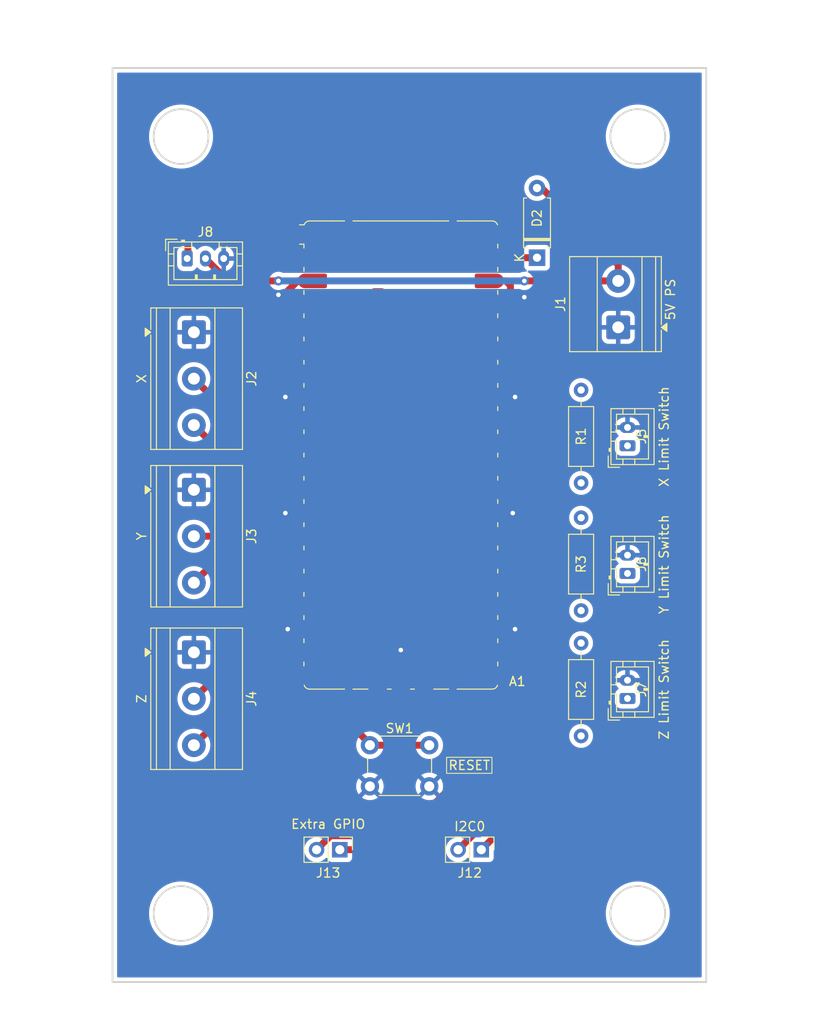
<source format=kicad_pcb>
(kicad_pcb (version 20241229) (generator "pcbnew") (generator_version "9.0")
  (layers (0 "F.Cu" signal) (2 "B.Cu" signal) (13 "F.Paste" user) (15 "B.Paste" user) (5 "F.SilkS" user "F.Silkscreen") (7 "B.SilkS" user "B.Silkscreen") (1 "F.Mask" user) (3 "B.Mask" user) (25 "Edge.Cuts" user))
  (net 0 "")
  (net 1 "Net-(A1-GPIO19)")
  (net 3 "GND")
  (net 9 "/GPIO2")
  (net 11 "/GPIO16{slash}SDA0")
  (net 13 "/GPIO10")
  (net 22 "/GPIO7")
  (net 23 "/GPIO8")
  (net 25 "Net-(A1-GPIO18)")
  (net 26 "/GPIO13")
  (net 27 "Net-(A1-RUN)")
  (net 32 "/GPIO14")
  (net 33 "/GPIO11")
  (net 34 "VCC")
  (net 36 "/GPIO17{slash}SCL0")
  (net 37 "/GPIO22")
  (net 38 "Net-(A1-GPIO20)")
  (net 39 "/GPIO21")
  (net 42 "+5V")
  (footprint "Connector_PinHeader_2.54mm:PinHeader_1x02_P2.54mm_Vertical" (layer "F.Cu") (at 153.416 125.222 -90)
    (property "Reference" "J12" (at 2.54 1.27 0) (layer "F.SilkS"))
    (property "Value" "I2C0" (at -2.54 1.27 0) (layer "F.SilkS"))
    (pad "1" thru_hole rect (at 0 0 270) (size 1.7 1.7) (drill 1) (layers "*.Cu" "*.Mask") (net 36 "/GPIO17{slash}SCL0"))
    (pad "2" thru_hole circle (at 0 2.54 270) (size 1.7 1.7) (drill 1) (layers "*.Cu" "*.Mask") (net 11 "/GPIO16{slash}SDA0"))
  )
  (footprint "Connector_JST:JST_PH_B2B-PH-K_1x02_P2.00mm_Vertical" (layer "F.Cu") (at 169.418 81.026 90)
    (property "Reference" "J5" (at 1.016 1.524 90) (layer "F.SilkS"))
    (property "Value" "X Limit Switch" (at 1 4 90) (layer "F.SilkS"))
    (pad "1" thru_hole roundrect (at 0 0 90) (size 1.2 1.75) (drill 0.75) (layers "*.Cu" "*.Mask") (roundrect_rratio 0.208333) (net 38 "Net-(A1-GPIO20)"))
    (pad "2" thru_hole oval (at 2 0 90) (size 1.2 1.75) (drill 0.75) (layers "*.Cu" "*.Mask") (net 3 "GND"))
  )
  (footprint "Connector_PinHeader_2.54mm:PinHeader_1x02_P2.54mm_Vertical" (layer "F.Cu") (at 137.922 125.222 -90)
    (property "Reference" "J13" (at 2.54 1.27 0) (layer "F.SilkS"))
    (property "Value" "Extra GPIO" (at -2.794 1.27 0) (layer "F.SilkS"))
    (pad "1" thru_hole rect (at 0 0 270) (size 1.7 1.7) (drill 1) (layers "*.Cu" "*.Mask") (net 39 "/GPIO21"))
    (pad "2" thru_hole circle (at 0 2.54 270) (size 1.7 1.7) (drill 1) (layers "*.Cu" "*.Mask") (net 37 "/GPIO22"))
  )
  (footprint "Resistor_THT:R_Axial_DIN0207_L6.3mm_D2.5mm_P10.16mm_Horizontal" (layer "F.Cu") (at 164.338 74.93 -90)
    (property "Reference" "R1" (at 5.08 0 90) (layer "F.SilkS"))
    (property "Value" "10k")
    (pad "1" thru_hole circle (at 0 0 270) (size 1.6 1.6) (drill 0.8) (layers "*.Cu" "*.Mask") (net 42 "+5V"))
    (pad "2" thru_hole oval (at 10.16 0 270) (size 1.6 1.6) (drill 0.8) (layers "*.Cu" "*.Mask") (net 38 "Net-(A1-GPIO20)"))
  )
  (footprint "Button_Switch_THT:SW_PUSH_6mm" (layer "F.Cu") (at 147.717568 118.292 180)
    (property "Reference" "SW1" (at 3.25 6.338961 0) (layer "F.SilkS"))
    (property "Value" "RESET" (at -4.377997 2.302018 0) (layer "F.SilkS"))
    (pad "1" thru_hole circle (at 0 0 270) (size 2 2) (drill 1.1) (layers "*.Cu" "*.Mask") (net 3 "GND"))
    (pad "1" thru_hole circle (at 6.5 0 270) (size 2 2) (drill 1.1) (layers "*.Cu" "*.Mask") (net 3 "GND"))
    (pad "2" thru_hole circle (at 0 4.5 270) (size 2 2) (drill 1.1) (layers "*.Cu" "*.Mask") (net 27 "Net-(A1-RUN)"))
    (pad "2" thru_hole circle (at 6.5 4.5 270) (size 2 2) (drill 1.1) (layers "*.Cu" "*.Mask") (net 27 "Net-(A1-RUN)"))
  )
  (footprint "TerminalBlock_Phoenix:TerminalBlock_Phoenix_MKDS-1,5-2-5.08_1x02_P5.08mm_Horizontal" (layer "F.Cu") (at 168.402 68.072 90)
    (property "Reference" "J1" (at 2.54 -6.32 90) (layer "F.SilkS"))
    (property "Value" "5V PS" (at 3.048 5.72 90) (layer "F.SilkS"))
    (pad "1" thru_hole roundrect (at 0 0 90) (size 2.6 2.6) (drill 1.3) (layers "*.Cu" "*.Mask") (roundrect_rratio 0.096154) (net 3 "GND"))
    (pad "2" thru_hole circle (at 5.08 0 90) (size 2.6 2.6) (drill 1.3) (layers "*.Cu" "*.Mask") (net 42 "+5V"))
  )
  (footprint "Connector_JST:JST_PH_B2B-PH-K_1x02_P2.00mm_Vertical" (layer "F.Cu") (at 169.418 108.68 90)
    (property "Reference" "J7" (at 1 1.524 90) (layer "F.SilkS"))
    (property "Value" "Z Limit Switch" (at 1 4 90) (layer "F.SilkS"))
    (pad "1" thru_hole roundrect (at 0 0 90) (size 1.2 1.75) (drill 0.75) (layers "*.Cu" "*.Mask") (roundrect_rratio 0.208333) (net 25 "Net-(A1-GPIO18)"))
    (pad "2" thru_hole oval (at 2 0 90) (size 1.2 1.75) (drill 0.75) (layers "*.Cu" "*.Mask") (net 3 "GND"))
  )
  (footprint "Module:RaspberryPi_Pico_SMD" (layer "F.Cu") (at 144.604873 82.042)
    (property "Reference" "A1" (at 11.7475 24.765 0) (layer "F.SilkS") (effects (justify left)))
    (property "Value" "RaspberryPi_Pico")
    (pad "" smd rect (at -8.89 -24.13) (size 3.8 2.2) (drill (offset -0.8 0)) (layers "F.Paste"))
    (pad "" smd rect (at -8.89 -21.59) (size 3.8 2.2) (drill (offset -0.8 0)) (layers "F.Paste"))
    (pad "" smd rect (at -8.89 -19.05) (size 3.8 2.2) (drill (offset -0.8 0)) (layers "F.Paste"))
    (pad "" smd rect (at -8.89 -16.51) (size 3.8 2.2) (drill (offset -0.8 0)) (layers "F.Paste"))
    (pad "" smd rect (at -8.89 -13.97) (size 3.8 2.2) (drill (offset -0.8 0)) (layers "F.Paste"))
    (pad "" smd rect (at -8.89 -11.43) (size 3.8 2.2) (drill (offset -0.8 0)) (layers "F.Paste"))
    (pad "" smd rect (at -8.89 -8.89) (size 3.8 2.2) (drill (offset -0.8 0)) (layers "F.Paste"))
    (pad "" smd rect (at -8.89 -6.35) (size 3.8 2.2) (drill (offset -0.8 0)) (layers "F.Paste"))
    (pad "" smd rect (at -8.89 -3.81) (size 3.8 2.2) (drill (offset -0.8 0)) (layers "F.Paste"))
    (pad "" smd rect (at -8.89 -1.27) (size 3.8 2.2) (drill (offset -0.8 0)) (layers "F.Paste"))
    (pad "" smd rect (at -8.89 1.27) (size 3.8 2.2) (drill (offset -0.8 0)) (layers "F.Paste"))
    (pad "" smd rect (at -8.89 3.81) (size 3.8 2.2) (drill (offset -0.8 0)) (layers "F.Paste"))
    (pad "" smd rect (at -8.89 6.35) (size 3.8 2.2) (drill (offset -0.8 0)) (layers "F.Paste"))
    (pad "" smd rect (at -8.89 8.89) (size 3.8 2.2) (drill (offset -0.8 0)) (layers "F.Paste"))
    (pad "" smd rect (at -8.89 11.43) (size 3.8 2.2) (drill (offset -0.8 0)) (layers "F.Paste"))
    (pad "" smd rect (at -8.89 13.97) (size 3.8 2.2) (drill (offset -0.8 0)) (layers "F.Paste"))
    (pad "" smd rect (at -8.89 16.51) (size 3.8 2.2) (drill (offset -0.8 0)) (layers "F.Paste"))
    (pad "" smd rect (at -8.89 19.05) (size 3.8 2.2) (drill (offset -0.8 0)) (layers "F.Paste"))
    (pad "" smd rect (at -8.89 21.59) (size 3.8 2.2) (drill (offset -0.8 0)) (layers "F.Paste"))
    (pad "" smd rect (at -8.89 24.13) (size 3.8 2.2) (drill (offset -0.8 0)) (layers "F.Paste"))
    (pad "" smd oval (at -2.725 -24) (size 1.1 1.8) (layers "F.Cu" "F.Mask" "F.Paste"))
    (pad "" smd rect (at -2.54 23.9) (size 2.2 3.8) (drill (offset 0 0.8)) (layers "F.Paste"))
    (pad "" smd oval (at -2.425 -20.97) (size 1.05 1.45) (layers "F.Cu" "F.Mask" "F.Paste"))
    (pad "" smd rect (at 0 23.9) (size 2.2 3.8) (drill (offset 0 0.8)) (layers "F.Paste"))
    (pad "" smd oval (at 2.425 -20.97) (size 1.05 1.45) (layers "F.Cu" "F.Mask" "F.Paste"))
    (pad "" smd rect (at 2.54 23.9) (size 2.2 3.8) (drill (offset 0 0.8)) (layers "F.Paste"))
    (pad "" smd oval (at 2.725 -24) (size 1.1 1.8) (layers "F.Cu" "F.Mask" "F.Paste"))
    (pad "" smd rect (at 8.89 -24.13) (size 3.8 2.2) (drill (offset 0.8 0)) (layers "F.Paste"))
    (pad "" smd rect (at 8.89 -21.59) (size 3.8 2.2) (drill (offset 0.8 0)) (layers "F.Paste"))
    (pad "" smd rect (at 8.89 -19.05) (size 3.8 2.2) (drill (offset 0.8 0)) (layers "F.Paste"))
    (pad "" smd rect (at 8.89 -16.51) (size 3.8 2.2) (drill (offset 0.8 0)) (layers "F.Paste"))
    (pad "" smd rect (at 8.89 -13.97) (size 3.8 2.2) (drill (offset 0.8 0)) (layers "F.Paste"))
    (pad "" smd rect (at 8.89 -11.43) (size 3.8 2.2) (drill (offset 0.8 0)) (layers "F.Paste"))
    (pad "" smd rect (at 8.89 -8.89) (size 3.8 2.2) (drill (offset 0.8 0)) (layers "F.Paste"))
    (pad "" smd rect (at 8.89 -6.35) (size 3.8 2.2) (drill (offset 0.8 0)) (layers "F.Paste"))
    (pad "" smd rect (at 8.89 -3.81) (size 3.8 2.2) (drill (offset 0.8 0)) (layers "F.Paste"))
    (pad "" smd rect (at 8.89 -1.27) (size 3.8 2.2) (drill (offset 0.8 0)) (layers "F.Paste"))
    (pad "" smd rect (at 8.89 1.27) (size 3.8 2.2) (drill (offset 0.8 0)) (layers "F.Paste"))
    (pad "" smd rect (at 8.89 3.81) (size 3.8 2.2) (drill (offset 0.8 0)) (layers "F.Paste"))
    (pad "" smd rect (at 8.89 6.35) (size 3.8 2.2) (drill (offset 0.8 0)) (layers "F.Paste"))
    (pad "" smd rect (at 8.89 8.89) (size 3.8 2.2) (drill (offset 0.8 0)) (layers "F.Paste"))
    (pad "" smd rect (at 8.89 11.43) (size 3.8 2.2) (drill (offset 0.8 0)) (layers "F.Paste"))
    (pad "" smd rect (at 8.89 13.97) (size 3.8 2.2) (drill (offset 0.8 0)) (layers "F.Paste"))
    (pad "" smd rect (at 8.89 16.51) (size 3.8 2.2) (drill (offset 0.8 0)) (layers "F.Paste"))
    (pad "" smd rect (at 8.89 19.05) (size 3.8 2.2) (drill (offset 0.8 0)) (layers "F.Paste"))
    (pad "" smd rect (at 8.89 21.59) (size 3.8 2.2) (drill (offset 0.8 0)) (layers "F.Paste"))
    (pad "" smd rect (at 8.89 24.13) (size 3.8 2.2) (drill (offset 0.8 0)) (layers "F.Paste"))
    (pad "1" smd custom (at -9.69 -24.13) (size 1.6 0.8) (layers "F.Cu" "F.Mask") (options (clearance outline) (anchor rect)) (primitives (gr_circle (center 0.8 0) (end 1.6 0) (width 0) (fill yes)) (gr_poly (pts (xy -1.6 -0.6) (xy -1.6 0.6) (xy -1.4 0.8) (xy 0.8 0.8) (xy 0.8 -0.8) (xy -1.4 -0.8)) (width 0) (fill yes)) (gr_circle (center -1.4 -0.6) (end -1.2 -0.6) (width 0) (fill yes)) (gr_circle (center -1.4 0.6) (end -1.2 0.6) (width 0) (fill yes))))
    (pad "2" smd roundrect (at -9.69 -21.59) (size 3.2 1.6) (layers "F.Cu" "F.Mask") (roundrect_rratio 0.5))
    (pad "3" smd custom (at -9.69 -19.05) (size 1.6 0.8) (layers "F.Cu" "F.Mask") (net 3 "GND") (options (clearance outline) (anchor rect)) (primitives (gr_circle (center -0.8 0) (end 0 0) (width 0) (fill yes)) (gr_poly (pts (xy 1.6 -0.6) (xy 1.6 0.6) (xy 1.4 0.8) (xy -0.8 0.8) (xy -0.8 -0.8) (xy 1.4 -0.8)) (width 0) (fill yes)) (gr_circle (center 1.4 -0.6) (end 1.6 -0.6) (width 0) (fill yes)) (gr_circle (center 1.4 0.6) (end 1.6 0.6) (width 0) (fill yes))))
    (pad "4" smd roundrect (at -9.69 -16.51) (size 3.2 1.6) (layers "F.Cu" "F.Mask") (roundrect_rratio 0.5) (net 9 "/GPIO2"))
    (pad "5" smd roundrect (at -9.69 -13.97) (size 3.2 1.6) (layers "F.Cu" "F.Mask") (roundrect_rratio 0.5))
    (pad "6" smd roundrect (at -9.69 -11.43) (size 3.2 1.6) (layers "F.Cu" "F.Mask") (roundrect_rratio 0.5))
    (pad "7" smd roundrect (at -9.69 -8.89) (size 3.2 1.6) (layers "F.Cu" "F.Mask") (roundrect_rratio 0.5))
    (pad "8" smd custom (at -9.69 -6.35) (size 1.6 0.8) (layers "F.Cu" "F.Mask") (net 3 "GND") (options (clearance outline) (anchor rect)) (primitives (gr_circle (center -0.8 0) (end 0 0) (width 0) (fill yes)) (gr_poly (pts (xy 1.6 -0.6) (xy 1.6 0.6) (xy 1.4 0.8) (xy -0.8 0.8) (xy -0.8 -0.8) (xy 1.4 -0.8)) (width 0) (fill yes)) (gr_circle (center 1.4 -0.6) (end 1.6 -0.6) (width 0) (fill yes)) (gr_circle (center 1.4 0.6) (end 1.6 0.6) (width 0) (fill yes))))
    (pad "9" smd roundrect (at -9.69 -3.81) (size 3.2 1.6) (layers "F.Cu" "F.Mask") (roundrect_rratio 0.5))
    (pad "10" smd roundrect (at -9.69 -1.27) (size 3.2 1.6) (layers "F.Cu" "F.Mask") (roundrect_rratio 0.5) (net 22 "/GPIO7"))
    (pad "11" smd roundrect (at -9.69 1.27) (size 3.2 1.6) (layers "F.Cu" "F.Mask") (roundrect_rratio 0.5) (net 23 "/GPIO8"))
    (pad "12" smd roundrect (at -9.69 3.81) (size 3.2 1.6) (layers "F.Cu" "F.Mask") (roundrect_rratio 0.5))
    (pad "13" smd custom (at -9.69 6.35) (size 1.6 0.8) (layers "F.Cu" "F.Mask") (net 3 "GND") (options (clearance outline) (anchor rect)) (primitives (gr_circle (center -0.8 0) (end 0 0) (width 0) (fill yes)) (gr_poly (pts (xy 1.6 -0.6) (xy 1.6 0.6) (xy 1.4 0.8) (xy -0.8 0.8) (xy -0.8 -0.8) (xy 1.4 -0.8)) (width 0) (fill yes)) (gr_circle (center 1.4 -0.6) (end 1.6 -0.6) (width 0) (fill yes)) (gr_circle (center 1.4 0.6) (end 1.6 0.6) (width 0) (fill yes))))
    (pad "14" smd roundrect (at -9.69 8.89) (size 3.2 1.6) (layers "F.Cu" "F.Mask") (roundrect_rratio 0.5) (net 13 "/GPIO10"))
    (pad "15" smd roundrect (at -9.69 11.43) (size 3.2 1.6) (layers "F.Cu" "F.Mask") (roundrect_rratio 0.5) (net 33 "/GPIO11"))
    (pad "16" smd roundrect (at -9.69 13.97) (size 3.2 1.6) (layers "F.Cu" "F.Mask") (roundrect_rratio 0.5))
    (pad "17" smd roundrect (at -9.69 16.51) (size 3.2 1.6) (layers "F.Cu" "F.Mask") (roundrect_rratio 0.5) (net 26 "/GPIO13"))
    (pad "18" smd custom (at -9.69 19.05) (size 1.6 0.8) (layers "F.Cu" "F.Mask") (net 3 "GND") (options (clearance outline) (anchor rect)) (primitives (gr_circle (center -0.8 0) (end 0 0) (width 0) (fill yes)) (gr_poly (pts (xy 1.6 -0.6) (xy 1.6 0.6) (xy 1.4 0.8) (xy -0.8 0.8) (xy -0.8 -0.8) (xy 1.4 -0.8)) (width 0) (fill yes)) (gr_circle (center 1.4 -0.6) (end 1.6 -0.6) (width 0) (fill yes)) (gr_circle (center 1.4 0.6) (end 1.6 0.6) (width 0) (fill yes))))
    (pad "19" smd roundrect (at -9.69 21.59) (size 3.2 1.6) (layers "F.Cu" "F.Mask") (roundrect_rratio 0.5) (net 32 "/GPIO14"))
    (pad "20" smd roundrect (at -9.69 24.13) (size 3.2 1.6) (layers "F.Cu" "F.Mask") (roundrect_rratio 0.5))
    (pad "21" smd roundrect (at 9.69 24.13) (size 3.2 1.6) (layers "F.Cu" "F.Mask") (roundrect_rratio 0.5) (net 11 "/GPIO16{slash}SDA0"))
    (pad "22" smd roundrect (at 9.69 21.59) (size 3.2 1.6) (layers "F.Cu" "F.Mask") (roundrect_rratio 0.5) (net 36 "/GPIO17{slash}SCL0"))
    (pad "23" smd custom (at 9.69 19.05) (size 1.6 0.8) (layers "F.Cu" "F.Mask") (net 3 "GND") (options (clearance outline) (anchor rect)) (primitives (gr_circle (center 0.8 0) (end 1.6 0) (width 0) (fill yes)) (gr_poly (pts (xy -1.6 -0.6) (xy -1.6 0.6) (xy -1.4 0.8) (xy 0.8 0.8) (xy 0.8 -0.8) (xy -1.4 -0.8)) (width 0) (fill yes)) (gr_circle (center -1.4 -0.6) (end -1.2 -0.6) (width 0) (fill yes)) (gr_circle (center -1.4 0.6) (end -1.2 0.6) (width 0) (fill yes))))
    (pad "24" smd roundrect (at 9.69 16.51) (size 3.2 1.6) (layers "F.Cu" "F.Mask") (roundrect_rratio 0.5) (net 25 "Net-(A1-GPIO18)"))
    (pad "25" smd roundrect (at 9.69 13.97) (size 3.2 1.6) (layers "F.Cu" "F.Mask") (roundrect_rratio 0.5) (net 1 "Net-(A1-GPIO19)"))
    (pad "26" smd roundrect (at 9.69 11.43) (size 3.2 1.6) (layers "F.Cu" "F.Mask") (roundrect_rratio 0.5) (net 38 "Net-(A1-GPIO20)"))
    (pad "27" smd roundrect (at 9.69 8.89) (size 3.2 1.6) (layers "F.Cu" "F.Mask") (roundrect_rratio 0.5) (net 39 "/GPIO21"))
    (pad "28" smd custom (at 9.69 6.35) (size 1.6 0.8) (layers "F.Cu" "F.Mask") (net 3 "GND") (options (clearance outline) (anchor rect)) (primitives (gr_circle (center 0.8 0) (end 1.6 0) (width 0) (fill yes)) (gr_poly (pts (xy -1.6 -0.6) (xy -1.6 0.6) (xy -1.4 0.8) (xy 0.8 0.8) (xy 0.8 -0.8) (xy -1.4 -0.8)) (width 0) (fill yes)) (gr_circle (center -1.4 -0.6) (end -1.2 -0.6) (width 0) (fill yes)) (gr_circle (center -1.4 0.6) (end -1.2 0.6) (width 0) (fill yes))))
    (pad "29" smd roundrect (at 9.69 3.81) (size 3.2 1.6) (layers "F.Cu" "F.Mask") (roundrect_rratio 0.5) (net 37 "/GPIO22"))
    (pad "30" smd roundrect (at 9.69 1.27) (size 3.2 1.6) (layers "F.Cu" "F.Mask") (roundrect_rratio 0.5) (net 27 "Net-(A1-RUN)"))
    (pad "31" smd roundrect (at 9.69 -1.27) (size 3.2 1.6) (layers "F.Cu" "F.Mask") (roundrect_rratio 0.5))
    (pad "32" smd roundrect (at 9.69 -3.81) (size 3.2 1.6) (layers "F.Cu" "F.Mask") (roundrect_rratio 0.5))
    (pad "33" smd custom (at 9.69 -6.35) (size 1.6 0.8) (layers "F.Cu" "F.Mask") (net 3 "GND") (options (clearance outline) (anchor rect)) (primitives (gr_circle (center 0.8 0) (end 1.6 0) (width 0) (fill yes)) (gr_poly (pts (xy -1.6 -0.6) (xy -1.6 0.6) (xy -1.4 0.8) (xy 0.8 0.8) (xy 0.8 -0.8) (xy -1.4 -0.8)) (width 0) (fill yes)) (gr_circle (center -1.4 -0.6) (end -1.2 -0.6) (width 0) (fill yes)) (gr_circle (center -1.4 0.6) (end -1.2 0.6) (width 0) (fill yes))))
    (pad "34" smd roundrect (at 9.69 -8.89) (size 3.2 1.6) (layers "F.Cu" "F.Mask") (roundrect_rratio 0.5))
    (pad "35" smd roundrect (at 9.69 -11.43) (size 3.2 1.6) (layers "F.Cu" "F.Mask") (roundrect_rratio 0.5))
    (pad "36" smd roundrect (at 9.69 -13.97) (size 3.2 1.6) (layers "F.Cu" "F.Mask") (roundrect_rratio 0.5))
    (pad "37" smd roundrect (at 9.69 -16.51) (size 3.2 1.6) (layers "F.Cu" "F.Mask") (roundrect_rratio 0.5))
    (pad "38" smd custom (at 9.69 -19.05) (size 1.6 0.8) (layers "F.Cu" "F.Mask") (net 3 "GND") (options (clearance outline) (anchor rect)) (primitives (gr_circle (center 0.8 0) (end 1.6 0) (width 0) (fill yes)) (gr_poly (pts (xy -1.6 -0.6) (xy -1.6 0.6) (xy -1.4 0.8) (xy 0.8 0.8) (xy 0.8 -0.8) (xy -1.4 -0.8)) (width 0) (fill yes)) (gr_circle (center -1.4 -0.6) (end -1.2 -0.6) (width 0) (fill yes)) (gr_circle (center -1.4 0.6) (end -1.2 0.6) (width 0) (fill yes))))
    (pad "39" smd roundrect (at 9.69 -21.59) (size 3.2 1.6) (layers "F.Cu" "F.Mask") (roundrect_rratio 0.5) (net 34 "VCC"))
    (pad "40" smd roundrect (at 9.69 -24.13) (size 3.2 1.6) (layers "F.Cu" "F.Mask") (roundrect_rratio 0.5))
    (pad "D1" smd roundrect (at -2.54 23.9 90) (size 3.2 1.6) (drill (offset -0.8 0)) (layers "F.Cu" "F.Mask") (roundrect_rratio 0.5))
    (pad "D2" smd custom (at 0 23.9 270) (size 1.6 1.6) (layers "F.Cu" "F.Mask") (net 3 "GND") (options (clearance outline) (anchor circle)) (primitives (gr_poly (pts (xy -0.8 -0.6) (xy -0.8 0.6) (xy -0.6 0.8) (xy 1.6 0.8) (xy 1.6 -0.8) (xy -0.6 -0.8)) (width 0) (fill yes)) (gr_circle (center -0.6 0.6) (end -0.4 0.6) (width 0) (fill yes)) (gr_circle (center -0.6 -0.6) (end -0.4 -0.6) (width 0) (fill yes)) (gr_circle (center 1.6 0) (end 2.4 0) (width 0) (fill yes))))
    (pad "D3" smd roundrect (at 2.54 23.9 90) (size 3.2 1.6) (drill (offset -0.8 0)) (layers "F.Cu" "F.Mask") (roundrect_rratio 0.5))
    (pad "TP1" smd roundrect (at 0 -21) (size 1.5 1.5) (layers "F.Cu" "F.Mask" "F.Paste") (roundrect_rratio 0.2))
    (pad "TP2" smd roundrect (at 1 -24.3) (size 1.5 1.5) (layers "F.Cu" "F.Mask" "F.Paste") (roundrect_rratio 0.2))
    (pad "TP3" smd roundrect (at -1 -24.3) (size 1.5 1.5) (layers "F.Cu" "F.Mask" "F.Paste") (roundrect_rratio 0.2))
    (pad "TP4" smd roundrect (at -2.5 -17.5) (size 1.5 1.5) (layers "F.Cu" "F.Mask" "F.Paste") (roundrect_rratio 0.2))
    (pad "TP5" smd roundrect (at -2.5 -15) (size 1.5 1.5) (layers "F.Cu" "F.Mask" "F.Paste") (roundrect_rratio 0.2))
    (pad "TP6" smd roundrect (at -2.5 -12.5) (size 1.5 1.5) (layers "F.Cu" "F.Mask" "F.Paste") (roundrect_rratio 0.2))
  )
  (footprint "TerminalBlock_Phoenix:TerminalBlock_Phoenix_MKDS-1,5-3-5.08_1x03_P5.08mm_Horizontal" (layer "F.Cu") (at 121.946293 103.627 -90)
    (property "Reference" "J4" (at 5.08 -6.32 270) (layer "F.SilkS"))
    (property "Value" "Z" (at 5.08 5.72 270) (layer "F.SilkS"))
    (pad "1" thru_hole roundrect (at 0 0 270) (size 2.6 2.6) (drill 1.3) (layers "*.Cu" "*.Mask") (roundrect_rratio 0.096154) (net 3 "GND"))
    (pad "2" thru_hole circle (at 5.08 0 270) (size 2.6 2.6) (drill 1.3) (layers "*.Cu" "*.Mask") (net 26 "/GPIO13"))
    (pad "3" thru_hole circle (at 10.16 0 270) (size 2.6 2.6) (drill 1.3) (layers "*.Cu" "*.Mask") (net 32 "/GPIO14"))
  )
  (footprint "Resistor_THT:R_Axial_DIN0207_L6.3mm_D2.5mm_P10.16mm_Horizontal" (layer "F.Cu") (at 164.338 102.616 -90)
    (property "Reference" "R2" (at 5.08 0 90) (layer "F.SilkS"))
    (property "Value" "10k")
    (pad "1" thru_hole circle (at 0 0 270) (size 1.6 1.6) (drill 0.8) (layers "*.Cu" "*.Mask") (net 42 "+5V"))
    (pad "2" thru_hole oval (at 10.16 0 270) (size 1.6 1.6) (drill 0.8) (layers "*.Cu" "*.Mask") (net 1 "Net-(A1-GPIO19)"))
  )
  (footprint "Resistor_THT:R_Axial_DIN0207_L6.3mm_D2.5mm_P10.16mm_Horizontal" (layer "F.Cu") (at 164.338 88.9 -90)
    (property "Reference" "R3" (at 5.08 0 90) (layer "F.SilkS"))
    (property "Value" "10k")
    (pad "1" thru_hole circle (at 0 0 270) (size 1.6 1.6) (drill 0.8) (layers "*.Cu" "*.Mask") (net 42 "+5V"))
    (pad "2" thru_hole oval (at 10.16 0 270) (size 1.6 1.6) (drill 0.8) (layers "*.Cu" "*.Mask") (net 25 "Net-(A1-GPIO18)"))
  )
  (footprint "TerminalBlock_Phoenix:TerminalBlock_Phoenix_MKDS-1,5-3-5.08_1x03_P5.08mm_Horizontal" (layer "F.Cu") (at 121.946293 68.607 -90)
    (property "Reference" "J2" (at 5.08 -6.32 270) (layer "F.SilkS"))
    (property "Value" "X" (at 5.08 5.72 270) (layer "F.SilkS"))
    (pad "1" thru_hole roundrect (at 0 0 270) (size 2.6 2.6) (drill 1.3) (layers "*.Cu" "*.Mask") (roundrect_rratio 0.096154) (net 3 "GND"))
    (pad "2" thru_hole circle (at 5.08 0 270) (size 2.6 2.6) (drill 1.3) (layers "*.Cu" "*.Mask") (net 22 "/GPIO7"))
    (pad "3" thru_hole circle (at 10.16 0 270) (size 2.6 2.6) (drill 1.3) (layers "*.Cu" "*.Mask") (net 23 "/GPIO8"))
  )
  (footprint "Connector_JST:JST_PH_B2B-PH-K_1x02_P2.00mm_Vertical" (layer "F.Cu") (at 169.418 94.996 90)
    (property "Reference" "J6" (at 1.016 1.524 90) (layer "F.SilkS"))
    (property "Value" "Y Limit Switch" (at 1 4 90) (layer "F.SilkS"))
    (pad "1" thru_hole roundrect (at 0 0 90) (size 1.2 1.75) (drill 0.75) (layers "*.Cu" "*.Mask") (roundrect_rratio 0.208333) (net 1 "Net-(A1-GPIO19)"))
    (pad "2" thru_hole oval (at 2 0 90) (size 1.2 1.75) (drill 0.75) (layers "*.Cu" "*.Mask") (net 3 "GND"))
  )
  (footprint "TerminalBlock_Phoenix:TerminalBlock_Phoenix_MKDS-1,5-3-5.08_1x03_P5.08mm_Horizontal" (layer "F.Cu") (at 121.946293 85.847 -90)
    (property "Reference" "J3" (at 5.08 -6.32 270) (layer "F.SilkS"))
    (property "Value" "Y" (at 5.08 5.72 270) (layer "F.SilkS"))
    (pad "1" thru_hole roundrect (at 0 0 270) (size 2.6 2.6) (drill 1.3) (layers "*.Cu" "*.Mask") (roundrect_rratio 0.096154) (net 3 "GND"))
    (pad "2" thru_hole circle (at 5.08 0 270) (size 2.6 2.6) (drill 1.3) (layers "*.Cu" "*.Mask") (net 13 "/GPIO10"))
    (pad "3" thru_hole circle (at 10.16 0 270) (size 2.6 2.6) (drill 1.3) (layers "*.Cu" "*.Mask") (net 33 "/GPIO11"))
  )
  (footprint "Diode_THT:D_A-405_P7.62mm_Horizontal" (layer "F.Cu") (at 159.512 60.452 90)
    (property "Reference" "D2" (at 4.318 0 90) (layer "F.SilkS"))
    (property "Value" "PMEG2005AEA,115" (hide yes))
    (fp_text user "K" (at 0 -1.9 90) (layer "F.SilkS"))
    (pad "1" thru_hole rect (at 0 0 90) (size 1.8 1.8) (drill 0.9) (layers "*.Cu" "*.Mask") (net 34 "VCC"))
    (pad "2" thru_hole oval (at 7.62 0 90) (size 1.8 1.8) (drill 0.9) (layers "*.Cu" "*.Mask") (net 42 "+5V"))
  )
  (footprint "Connector_JST:JST_PH_B3B-PH-K_1x03_P2.00mm_Vertical" (layer "F.Cu") (at 121.211158 60.543069)
    (property "Reference" "J8" (at 2 -2.9 0) (layer "F.SilkS"))
    (property "Value" "Servo")
    (pad "1" thru_hole roundrect (at 0 0) (size 1.2 1.75) (drill 0.75) (layers "*.Cu" "*.Mask") (roundrect_rratio 0.208333) (net 42 "+5V"))
    (pad "2" thru_hole oval (at 2 0) (size 1.2 1.75) (drill 0.75) (layers "*.Cu" "*.Mask") (net 9 "/GPIO2"))
    (pad "3" thru_hole oval (at 4 0) (size 1.2 1.75) (drill 0.75) (layers "*.Cu" "*.Mask") (net 3 "GND"))
  )
  (gr_rect (start 149.613221 115.112386) (end 154.577909 116.867579) (stroke (width 0.1)) (fill no) (layer "F.SilkS"))
  (gr_line (start 113.042 39.7) (end 178.042 39.7) (stroke (width 0.2)) (layer "Edge.Cuts"))
  (gr_circle (center 120.542 47.2) (end 123.542 47.2) (stroke (width 0.2)) (fill no) (layer "Edge.Cuts"))
  (gr_circle (center 120.542 132.2) (end 123.542 132.2) (stroke (width 0.2)) (fill no) (layer "Edge.Cuts"))
  (gr_circle (center 170.542 47.2) (end 173.542 47.2) (stroke (width 0.2)) (fill no) (layer "Edge.Cuts"))
  (gr_line (start 113.042 139.7) (end 113.042 39.7) (stroke (width 0.2)) (layer "Edge.Cuts"))
  (gr_line (start 178.042 139.7) (end 113.042 139.7) (stroke (width 0.2)) (layer "Edge.Cuts"))
  (gr_line (start 178.042 39.7) (end 178.042 139.7) (stroke (width 0.2)) (layer "Edge.Cuts"))
  (gr_circle (center 170.542 132.2) (end 173.542 132.2) (stroke (width 0.2)) (fill no) (layer "Edge.Cuts"))
  (segment (start 134.914873 101.092) (end 132.217126 101.092) (width 0.76) (layer "F.Cu") (net 3))
  (segment (start 157.363126 64.77) (end 156.601126 64.008) (width 0.76) (layer "F.Cu") (net 3))
  (segment (start 156.093126 62.992) (end 154.294873 62.992) (width 0.76) (layer "F.Cu") (net 3))
  (segment (start 134.914873 88.392) (end 131.963126 88.392) (width 0.76) (layer "F.Cu") (net 3))
  (segment (start 133.309873 62.992) (end 131.785873 64.516) (width 0.76) (layer "F.Cu") (net 3))
  (segment (start 154.294873 101.092) (end 157.109126 101.092) (width 0.76) (layer "F.Cu") (net 3))
  (segment (start 156.601126 63.5) (end 156.093126 62.992) (width 0.76) (layer "F.Cu") (net 3))
  (segment (start 158.125126 64.77) (end 157.363126 64.77) (width 0.76) (layer "F.Cu") (net 3))
  (segment (start 144.597158 104.456358) (end 144.604873 104.464073) (width 0.76) (layer "F.Cu") (net 3))
  (segment (start 144.597158 103.378) (end 144.597158 104.456358) (width 0.76) (layer "F.Cu") (net 3))
  (segment (start 131.785873 64.516) (end 131.201126 64.516) (width 0.76) (layer "F.Cu") (net 3))
  (segment (start 134.914873 62.992) (end 133.309873 62.992) (width 0.76) (layer "F.Cu") (net 3))
  (segment (start 134.914873 75.692) (end 131.963126 75.692) (width 0.76) (layer "F.Cu") (net 3))
  (segment (start 154.294873 88.392) (end 156.855126 88.392) (width 0.76) (layer "F.Cu") (net 3))
  (segment (start 144.604873 104.464073) (end 144.604873 105.942) (width 0.76) (layer "F.Cu") (net 3))
  (segment (start 154.294873 75.692) (end 157.109126 75.692) (width 0.76) (layer "F.Cu") (net 3))
  (segment (start 156.601126 64.008) (end 156.601126 63.5) (width 0.76) (layer "F.Cu") (net 3))
  (via (at 157.109126 101.092) (size 1) (drill 0.5) (layers "F.Cu" "B.Cu") (net 3))
  (via (at 131.963126 88.392) (size 1) (drill 0.5) (layers "F.Cu" "B.Cu") (net 3))
  (via (at 131.963126 75.692) (size 1) (drill 0.5) (layers "F.Cu" "B.Cu") (net 3))
  (via (at 144.597158 103.378) (size 1) (drill 0.5) (layers "F.Cu" "B.Cu") (net 3))
  (via (at 132.217126 101.092) (size 1) (drill 0.5) (layers "F.Cu" "B.Cu") (net 3))
  (via (at 157.109126 75.692) (size 1) (drill 0.5) (layers "F.Cu" "B.Cu") (net 3))
  (via (at 131.201126 64.516) (size 1) (drill 0.5) (layers "F.Cu" "B.Cu") (net 3))
  (via (at 158.125126 64.77) (size 1) (drill 0.5) (layers "F.Cu" "B.Cu") (net 3))
  (via (at 156.855126 88.392) (size 1) (drill 0.5) (layers "F.Cu" "B.Cu") (net 3))
  (segment (start 123.211158 60.543069) (end 128.265089 65.597) (width 0.76) (layer "F.Cu") (net 9))
  (segment (start 134.849873 65.597) (end 134.914873 65.532) (width 0.76) (layer "F.Cu") (net 9))
  (segment (start 128.265089 65.597) (end 134.849873 65.597) (width 0.76) (layer "F.Cu") (net 9))
  (segment (start 153.67 106.796873) (end 153.67 122.428) (width 0.76) (layer "F.Cu") (net 11))
  (segment (start 154.294873 106.172) (end 153.67 106.796873) (width 0.76) (layer "F.Cu") (net 11))
  (segment (start 153.67 122.428) (end 150.876 125.222) (width 0.76) (layer "F.Cu") (net 11))
  (segment (start 121.946293 90.927) (end 134.909873 90.927) (width 0.76) (layer "F.Cu") (net 13))
  (segment (start 134.909873 90.927) (end 134.914873 90.932) (width 0.76) (layer "F.Cu") (net 13))
  (segment (start 129.031293 80.772) (end 121.946293 73.687) (width 0.76) (layer "F.Cu") (net 22))
  (segment (start 134.914873 80.772) (end 129.031293 80.772) (width 0.76) (layer "F.Cu") (net 22))
  (segment (start 121.946293 78.767) (end 126.491293 83.312) (width 0.76) (layer "F.Cu") (net 23))
  (segment (start 126.491293 83.312) (end 134.914873 83.312) (width 0.76) (layer "F.Cu") (net 23))
  (segment (start 121.946293 108.707) (end 132.101293 98.552) (width 0.76) (layer "F.Cu") (net 26))
  (segment (start 132.101293 98.552) (end 134.914873 98.552) (width 0.76) (layer "F.Cu") (net 26))
  (segment (start 147.717568 113.792) (end 141.217568 113.792) (width 0.76) (layer "F.Cu") (net 27))
  (segment (start 141.217568 113.648442) (end 139.583126 112.014) (width 0.76) (layer "F.Cu") (net 27))
  (segment (start 141.361126 83.312) (end 154.294873 83.312) (width 0.76) (layer "F.Cu") (net 27))
  (segment (start 141.217568 113.792) (end 141.217568 113.648442) (width 0.76) (layer "F.Cu") (net 27))
  (segment (start 139.583126 85.09) (end 141.361126 83.312) (width 0.76) (layer "F.Cu") (net 27))
  (segment (start 139.583126 112.014) (end 139.583126 85.09) (width 0.76) (layer "F.Cu") (net 27))
  (segment (start 121.946293 113.787) (end 132.101293 103.632) (width 0.76) (layer "F.Cu") (net 32))
  (segment (start 132.101293 103.632) (end 134.914873 103.632) (width 0.76) (layer "F.Cu") (net 32))
  (segment (start 124.481293 93.472) (end 121.946293 96.007) (width 0.76) (layer "F.Cu") (net 33))
  (segment (start 134.914873 93.472) (end 124.481293 93.472) (width 0.76) (layer "F.Cu") (net 33))
  (segment (start 159.512 60.452) (end 154.294873 60.452) (width 0.76) (layer "F.Cu") (net 34))
  (segment (start 156.972 104.709127) (end 156.972 121.666) (width 0.76) (layer "F.Cu") (net 36))
  (segment (start 156.972 121.666) (end 153.416 125.222) (width 0.76) (layer "F.Cu") (net 36))
  (segment (start 154.294873 103.632) (end 155.894873 103.632) (width 0.76) (layer "F.Cu") (net 36))
  (segment (start 155.894873 103.632) (end 156.972 104.709127) (width 0.76) (layer "F.Cu") (net 36))
  (segment (start 144.78 123.698) (end 136.906 123.698) (width 0.76) (layer "F.Cu") (net 37))
  (segment (start 149.997126 87.376) (end 149.997126 118.480874) (width 0.76) (layer "F.Cu") (net 37))
  (segment (start 149.997126 118.480874) (end 144.78 123.698) (width 0.76) (layer "F.Cu") (net 37))
  (segment (start 151.521126 85.852) (end 149.997126 87.376) (width 0.76) (layer "F.Cu") (net 37))
  (segment (start 154.294873 85.852) (end 151.521126 85.852) (width 0.76) (layer "F.Cu") (net 37))
  (segment (start 136.906 123.698) (end 135.382 125.222) (width 0.76) (layer "F.Cu") (net 37))
  (segment (start 151.521126 92.105747) (end 152.694873 90.932) (width 0.76) (layer "F.Cu") (net 39))
  (segment (start 137.922 125.222) (end 145.542 125.222) (width 0.76) (layer "F.Cu") (net 39))
  (segment (start 152.694873 90.932) (end 154.294873 90.932) (width 0.76) (layer "F.Cu") (net 39))
  (segment (start 151.521126 119.242874) (end 151.521126 92.105747) (width 0.76) (layer "F.Cu") (net 39))
  (segment (start 145.542 125.222) (end 151.521126 119.242874) (width 0.76) (layer "F.Cu") (net 39))
  (segment (start 121.295126 59.182) (end 121.295126 60.459101) (width 0.76) (layer "F.Cu") (net 42))
  (segment (start 158.125126 62.992) (end 168.402 62.992) (width 0.76) (layer "F.Cu") (net 42))
  (segment (start 121.295126 60.459101) (end 121.211158 60.543069) (width 0.76) (layer "F.Cu") (net 42))
  (segment (start 128.407126 59.182) (end 127.645126 58.42) (width 0.76) (layer "F.Cu") (net 42))
  (segment (start 160.02 52.832) (end 159.512 52.832) (width 0.76) (layer "F.Cu") (net 42))
  (segment (start 122.057126 58.42) (end 121.295126 59.182) (width 0.76) (layer "F.Cu") (net 42))
  (segment (start 168.402 62.992) (end 168.402 61.214) (width 0.76) (layer "F.Cu") (net 42))
  (segment (start 128.407126 61.722) (end 128.407126 59.182) (width 0.76) (layer "F.Cu") (net 42))
  (segment (start 129.677126 62.992) (end 128.407126 61.722) (width 0.76) (layer "F.Cu") (net 42))
  (segment (start 168.402 61.214) (end 160.02 52.832) (width 0.76) (layer "F.Cu") (net 42))
  (segment (start 131.201126 62.992) (end 129.677126 62.992) (width 0.76) (layer "F.Cu") (net 42))
  (segment (start 168.402 62.992) (end 168.91 62.484) (width 0.76) (layer "F.Cu") (net 42))
  (segment (start 127.645126 58.42) (end 122.057126 58.42) (width 0.76) (layer "F.Cu") (net 42))
  (via (at 158.125126 62.992) (size 1) (drill 0.5) (layers "F.Cu" "B.Cu") (net 42))
  (via (at 131.201126 62.992) (size 1) (drill 0.5) (layers "F.Cu" "B.Cu") (net 42))
  (segment (start 158.125126 62.992) (end 131.201126 62.992) (width 0.76) (layer "B.Cu") (net 42))
  (zone (net 3) (net_name "GND") (layer "B.Cu") (name "GND") (connect_pads (clearance 0.5)) (min_thickness 0.25) (fill yes (thermal_gap 0.5) (thermal_bridge_width 0.5))
    (polygon (pts (xy 100.721126 32.258) (xy 190.383126 32.258) (xy 190.383126 144.272) (xy 100.721126 144.272)))
  )
)
</source>
